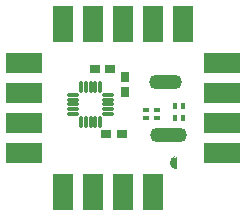
<source format=gts>
G04 DipTrace 2.4.0.2*
%INcaptouch.gts*%
%MOMM*%
%ADD18O,1.185X1.23*%
%ADD39O,0.26X1.05*%
%ADD40O,1.05X0.26*%
%ADD41R,0.45X0.55*%
%ADD42R,0.55X0.45*%
%ADD43R,2.082X1.75*%
%ADD44R,1.65X1.75*%
%ADD45R,1.75X2.082*%
%ADD46R,1.75X1.65*%
%ADD47R,0.75X0.95*%
%ADD48R,0.95X0.75*%
%FSLAX53Y53*%
G04*
G71*
G90*
G75*
G01*
%LNTopMask*%
%LPD*%
D18*
X21710Y19805D3*
G36*
X21484Y19190D2*
X23484D1*
Y20420D1*
X21484D1*
Y19190D1*
G37*
D18*
X23258Y19805D3*
D48*
X17456Y15392D3*
X18756D3*
D47*
X19006Y18913D3*
Y20213D3*
D46*
X23970Y23970D3*
X21430D3*
X18890D3*
X16350D3*
X13810D3*
D45*
X23970Y25240D3*
X21430D3*
X18890D3*
X16350D3*
X13810D3*
D44*
X11270Y21430D3*
Y18890D3*
Y16350D3*
Y13810D3*
D43*
X10000Y21430D3*
Y18890D3*
Y16350D3*
Y13810D3*
D46*
X13810Y11270D3*
X16350D3*
X18890D3*
X21430D3*
D45*
X13810Y10000D3*
X16350D3*
X18890D3*
X21430D3*
D44*
X26510Y21430D3*
Y18890D3*
Y16350D3*
Y13810D3*
D43*
X27780D3*
Y16350D3*
Y18890D3*
Y21430D3*
D42*
X21781Y16712D3*
Y17412D3*
X20781D3*
Y16712D3*
D41*
X23954Y17748D3*
X23254D3*
Y16748D3*
X23954D3*
D48*
X17766Y20919D3*
X16466D3*
D40*
X17643Y17102D3*
Y17502D3*
Y17902D3*
Y18302D3*
Y18702D3*
D39*
X16943Y19402D3*
X16543D3*
X16143D3*
X15743D3*
X15343D3*
D40*
X14643Y18702D3*
Y18302D3*
Y17902D3*
Y17502D3*
Y17102D3*
D39*
X15343Y16402D3*
X15743D3*
X16143D3*
X16543D3*
X16943D3*
G36*
X23482Y12390D2*
X23292Y12420D1*
X23145Y12479D1*
X23051Y12555D1*
X22974Y12632D1*
X22911Y12744D1*
X22886Y12809D1*
X22865Y12905D1*
X22855Y12955D1*
X22850Y13038D1*
X22873Y13103D1*
X22911Y13141D1*
X22936Y13166D1*
X22949Y13230D1*
X22944Y13256D1*
X22929Y13306D1*
X22898Y13334D1*
X22980Y13433D1*
X23056Y13383D1*
X23074D1*
X23110Y13471D1*
X23165Y13484D1*
X23267Y13494D1*
X23160Y13241D1*
Y13209D1*
X23168Y13166D1*
X23190Y13156D1*
X23241Y13176D1*
X23305Y13292D1*
X23376Y13463D1*
X23426Y13438D1*
X23481Y13375D1*
X23406Y13184D1*
X23444Y13190D1*
X23482D1*
Y12390D1*
G37*
D18*
X21761Y15302D3*
G36*
X21721Y14702D2*
X23696D1*
Y15902D1*
X21721D1*
Y14702D1*
G37*
D18*
X23680Y15302D3*
M02*

</source>
